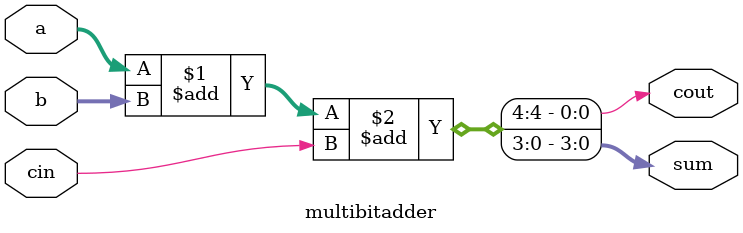
<source format=v>
module multibitadder(a, b, cin, sum, cout);
  input [3:0] a, b;  
  input cin;          
  output [3:0] sum;   
  output cout;        

  assign {cout, sum} = a + b + cin;
endmodule

</source>
